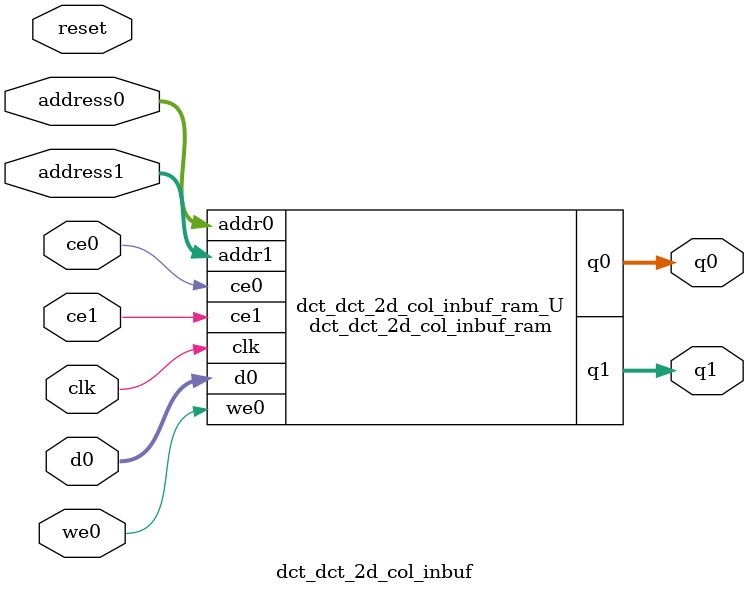
<source format=v>

`timescale 1 ns / 1 ps
module dct_dct_2d_col_inbuf_ram (addr0, ce0, d0, we0, q0, addr1, ce1, q1,  clk);

parameter DWIDTH = 16;
parameter AWIDTH = 6;
parameter MEM_SIZE = 64;

input[AWIDTH-1:0] addr0;
input ce0;
input[DWIDTH-1:0] d0;
input we0;
output reg[DWIDTH-1:0] q0;
input[AWIDTH-1:0] addr1;
input ce1;
output reg[DWIDTH-1:0] q1;
input clk;

(* ram_style = "block" *)reg [DWIDTH-1:0] ram[MEM_SIZE-1:0];




always @(posedge clk)  
begin 
    if (ce0) 
    begin
        if (we0) 
        begin 
            ram[addr0] <= d0; 
            q0 <= d0;
        end 
        else 
            q0 <= ram[addr0];
    end
end


always @(posedge clk)  
begin 
    if (ce1) 
    begin
            q1 <= ram[addr1];
    end
end


endmodule


`timescale 1 ns / 1 ps
module dct_dct_2d_col_inbuf(
    reset,
    clk,
    address0,
    ce0,
    we0,
    d0,
    q0,
    address1,
    ce1,
    q1);

parameter DataWidth = 32'd16;
parameter AddressRange = 32'd64;
parameter AddressWidth = 32'd6;
input reset;
input clk;
input[AddressWidth - 1:0] address0;
input ce0;
input we0;
input[DataWidth - 1:0] d0;
output[DataWidth - 1:0] q0;
input[AddressWidth - 1:0] address1;
input ce1;
output[DataWidth - 1:0] q1;



dct_dct_2d_col_inbuf_ram dct_dct_2d_col_inbuf_ram_U(
    .clk( clk ),
    .addr0( address0 ),
    .ce0( ce0 ),
    .d0( d0 ),
    .we0( we0 ),
    .q0( q0 ),
    .addr1( address1 ),
    .ce1( ce1 ),
    .q1( q1 ));

endmodule


</source>
